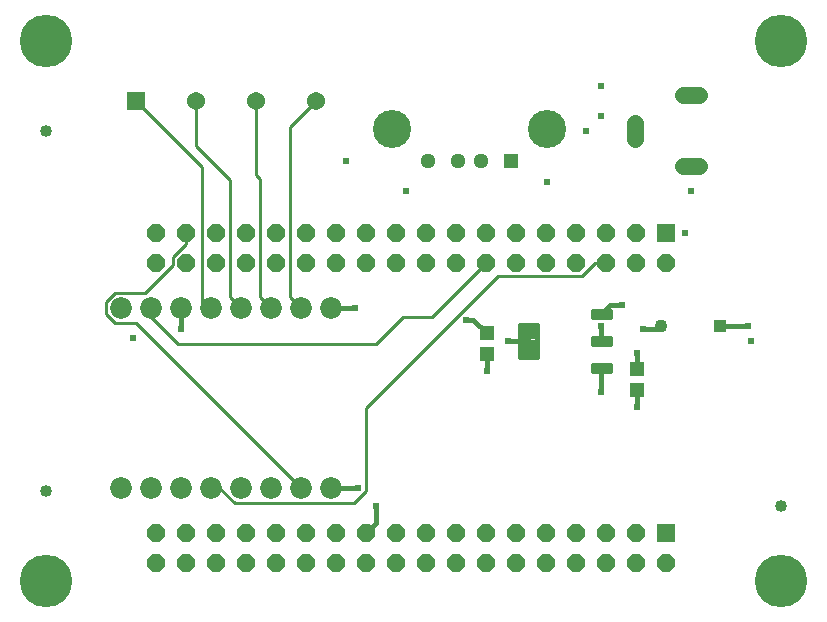
<source format=gbr>
G04 EAGLE Gerber RS-274X export*
G75*
%MOMM*%
%FSLAX34Y34*%
%LPD*%
%INBottom Copper*%
%IPPOS*%
%AMOC8*
5,1,8,0,0,1.08239X$1,22.5*%
G01*
%ADD10R,1.270000X1.143000*%
%ADD11C,1.016000*%
%ADD12R,1.540000X1.540000*%
%ADD13C,1.540000*%
%ADD14R,1.288000X1.288000*%
%ADD15C,1.288000*%
%ADD16C,3.220000*%
%ADD17C,1.400000*%
%ADD18C,1.848000*%
%ADD19R,1.524000X1.524000*%
%ADD20P,1.649562X8X202.500000*%
%ADD21C,0.232500*%
%ADD22C,0.460000*%
%ADD23R,1.100000X1.100000*%
%ADD24C,1.100000*%
%ADD25C,4.445000*%
%ADD26C,0.609600*%
%ADD27C,0.381000*%
%ADD28C,0.254000*%


D10*
X538480Y199390D03*
X538480Y217170D03*
X411480Y229870D03*
X411480Y247650D03*
D11*
X660400Y101600D03*
X38100Y419100D03*
D12*
X114300Y444500D03*
D13*
X165100Y444500D03*
X215900Y444500D03*
X266700Y444500D03*
D14*
X431800Y393700D03*
D15*
X406800Y393700D03*
X386800Y393700D03*
X361800Y393700D03*
D16*
X462500Y420800D03*
X331100Y420800D03*
D17*
X577200Y449100D02*
X591200Y449100D01*
X591200Y389100D02*
X577200Y389100D01*
X537200Y412100D02*
X537200Y426100D01*
D18*
X279400Y269240D03*
X254000Y269240D03*
X228600Y269240D03*
X203200Y269240D03*
X177800Y269240D03*
X152400Y269240D03*
X127000Y269240D03*
X101600Y269240D03*
X101600Y116840D03*
X127000Y116840D03*
X152400Y116840D03*
X177800Y116840D03*
X203200Y116840D03*
X228600Y116840D03*
X254000Y116840D03*
X279400Y116840D03*
D19*
X563200Y333000D03*
D20*
X563200Y307600D03*
X537800Y333000D03*
X537800Y307600D03*
X512400Y333000D03*
X512400Y307600D03*
X487000Y333000D03*
X487000Y307600D03*
X461600Y333000D03*
X461600Y307600D03*
X436200Y333000D03*
X436200Y307600D03*
X410800Y333000D03*
X410800Y307600D03*
X385400Y333000D03*
X385400Y307600D03*
X360000Y333000D03*
X360000Y307600D03*
X334600Y333000D03*
X334600Y307600D03*
X309200Y333000D03*
X309200Y307600D03*
X283800Y333000D03*
X283800Y307600D03*
X258400Y333000D03*
X258400Y307600D03*
X233000Y333000D03*
X233000Y307600D03*
X207600Y333000D03*
X207600Y307600D03*
X182200Y333000D03*
X182200Y307600D03*
X156800Y333000D03*
X156800Y307600D03*
X131400Y333000D03*
X131400Y307600D03*
D19*
X563200Y79000D03*
D20*
X563200Y53600D03*
X537800Y79000D03*
X537800Y53600D03*
X512400Y79000D03*
X512400Y53600D03*
X487000Y79000D03*
X487000Y53600D03*
X461600Y79000D03*
X461600Y53600D03*
X436200Y79000D03*
X436200Y53600D03*
X410800Y79000D03*
X410800Y53600D03*
X385400Y79000D03*
X385400Y53600D03*
X360000Y79000D03*
X360000Y53600D03*
X334600Y79000D03*
X334600Y53600D03*
X309200Y79000D03*
X309200Y53600D03*
X283800Y79000D03*
X283800Y53600D03*
X258400Y79000D03*
X258400Y53600D03*
X233000Y79000D03*
X233000Y53600D03*
X207600Y79000D03*
X207600Y53600D03*
X182200Y79000D03*
X182200Y53600D03*
X156800Y79000D03*
X156800Y53600D03*
X131400Y79000D03*
X131400Y53600D03*
D21*
X500332Y267788D02*
X516408Y267788D01*
X516408Y260812D01*
X500332Y260812D01*
X500332Y267788D01*
X500332Y263021D02*
X516408Y263021D01*
X516408Y265230D02*
X500332Y265230D01*
X500332Y267439D02*
X516408Y267439D01*
X516408Y244788D02*
X500332Y244788D01*
X516408Y244788D02*
X516408Y237812D01*
X500332Y237812D01*
X500332Y244788D01*
X500332Y240021D02*
X516408Y240021D01*
X516408Y242230D02*
X500332Y242230D01*
X500332Y244439D02*
X516408Y244439D01*
X516408Y221788D02*
X500332Y221788D01*
X516408Y221788D02*
X516408Y214812D01*
X500332Y214812D01*
X500332Y221788D01*
X500332Y217021D02*
X516408Y217021D01*
X516408Y219230D02*
X500332Y219230D01*
X500332Y221439D02*
X516408Y221439D01*
D22*
X453570Y254950D02*
X439770Y254950D01*
X453570Y254950D02*
X453570Y227650D01*
X439770Y227650D01*
X439770Y254950D01*
X439770Y232020D02*
X453570Y232020D01*
X453570Y236390D02*
X439770Y236390D01*
X439770Y240760D02*
X453570Y240760D01*
X453570Y245130D02*
X439770Y245130D01*
X439770Y249500D02*
X453570Y249500D01*
X453570Y253870D02*
X439770Y253870D01*
D23*
X609200Y254000D03*
D24*
X559200Y254000D03*
D25*
X38100Y38100D03*
X38100Y495300D03*
X660400Y495300D03*
X660400Y38100D03*
D11*
X38100Y114300D03*
D26*
X495300Y419100D03*
X508000Y431800D03*
X508000Y457200D03*
D27*
X299720Y269240D02*
X279400Y269240D01*
D26*
X299720Y269240D03*
D27*
X302260Y116840D02*
X279400Y116840D01*
D26*
X302260Y116840D03*
D27*
X317500Y101600D02*
X317500Y87300D01*
X309200Y79000D01*
D26*
X317500Y101600D03*
X525780Y271780D03*
D27*
X411480Y247650D02*
X400050Y259080D01*
X393700Y259080D01*
D26*
X393700Y259080D03*
X635000Y241300D03*
X292100Y393700D03*
X342900Y368300D03*
D27*
X152400Y269240D02*
X152400Y251460D01*
D26*
X152400Y251460D03*
D27*
X538480Y231140D02*
X538480Y217170D01*
D26*
X538480Y231140D03*
D27*
X556660Y251460D02*
X559200Y254000D01*
X556660Y251460D02*
X543560Y251460D01*
D26*
X543560Y251460D03*
D27*
X515850Y271780D02*
X508370Y264300D01*
X515850Y271780D02*
X525780Y271780D01*
D28*
X177800Y269240D02*
X172720Y269240D01*
X170180Y271780D01*
X170180Y388620D01*
X114300Y444500D01*
X127000Y269240D02*
X127000Y261620D01*
X149860Y238760D01*
X317500Y238760D01*
X340360Y261620D01*
X364820Y261620D01*
X410800Y307600D01*
X203200Y269240D02*
X193630Y278810D01*
X193630Y377870D01*
X165100Y406400D02*
X165100Y444500D01*
X165100Y406400D02*
X193630Y377870D01*
X503165Y307600D02*
X512400Y307600D01*
X503165Y307600D02*
X491735Y296170D01*
X298909Y103790D02*
X197795Y103790D01*
X298909Y103790D02*
X309118Y113999D01*
X309118Y184197D01*
X421091Y296170D01*
X491735Y296170D01*
X184745Y116840D02*
X177800Y116840D01*
X184745Y116840D02*
X197795Y103790D01*
X88550Y274646D02*
X96195Y282290D01*
X88550Y274646D02*
X88550Y263835D01*
X96195Y256190D01*
X156800Y323765D02*
X156800Y333000D01*
X156800Y323765D02*
X145370Y312335D01*
X114650Y256190D02*
X96195Y256190D01*
X114650Y256190D02*
X254000Y116840D01*
X145370Y305406D02*
X145370Y312335D01*
X145370Y305406D02*
X122255Y282290D01*
X96195Y282290D01*
D27*
X411480Y229870D02*
X411480Y215900D01*
D26*
X411480Y215900D03*
D27*
X429260Y241300D02*
X446670Y241300D01*
D26*
X429260Y241300D03*
X508000Y254000D03*
X462280Y375920D03*
X579120Y332740D03*
D27*
X508000Y241670D02*
X508370Y241300D01*
X508000Y241670D02*
X508000Y254000D01*
D26*
X584200Y368300D03*
X111760Y243840D03*
D27*
X609200Y254000D02*
X632460Y254000D01*
D26*
X632460Y254000D03*
D27*
X538480Y199390D02*
X538480Y185420D01*
D26*
X538480Y185420D03*
D27*
X508370Y198490D02*
X508370Y218300D01*
X508370Y198490D02*
X508000Y198120D01*
D26*
X508000Y198120D03*
D28*
X228600Y269240D02*
X219030Y278810D01*
X215900Y381590D02*
X215900Y444500D01*
X215900Y381590D02*
X219030Y378460D01*
X219030Y278810D01*
X244430Y278810D02*
X244430Y422230D01*
X244430Y278810D02*
X254000Y269240D01*
X244430Y422230D02*
X266700Y444500D01*
M02*

</source>
